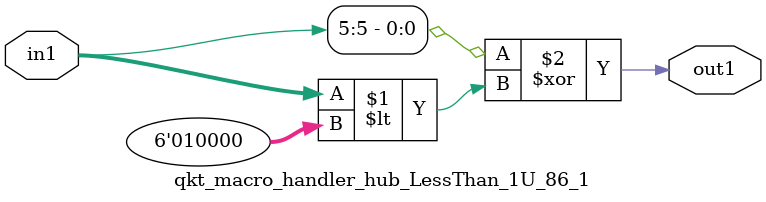
<source format=v>

`timescale 1ps / 1ps


module qkt_macro_handler_hub_LessThan_1U_86_1( in1, out1 );

    input [5:0] in1;
    output out1;

    
    // rtl_process:qkt_macro_handler_hub_LessThan_1U_86_1/qkt_macro_handler_hub_LessThan_1U_86_1_thread_1
    assign out1 = (in1[5] ^ in1 < 6'd16);

endmodule



</source>
